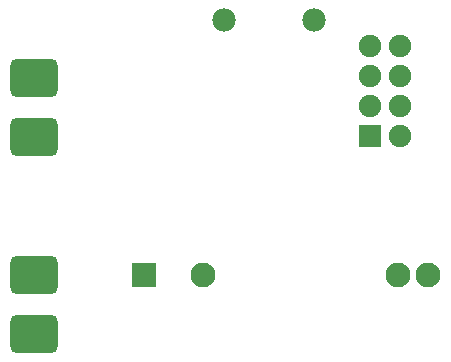
<source format=gts>
G04 Layer: TopSolderMaskLayer*
G04 EasyEDA v6.5.34, 2023-10-19 08:42:31*
G04 445bff652981409abf7e2ca76203f91b,08f173712dbc44b08fd2a75eaeabdc68,10*
G04 Gerber Generator version 0.2*
G04 Scale: 100 percent, Rotated: No, Reflected: No *
G04 Dimensions in millimeters *
G04 leading zeros omitted , absolute positions ,4 integer and 5 decimal *
%FSLAX45Y45*%
%MOMM*%

%AMMACRO1*1,1,$1,$2,$3*1,1,$1,$4,$5*1,1,$1,0-$2,0-$3*1,1,$1,0-$4,0-$5*20,1,$1,$2,$3,$4,$5,0*20,1,$1,$4,$5,0-$2,0-$3,0*20,1,$1,0-$2,0-$3,0-$4,0-$5,0*20,1,$1,0-$4,0-$5,$2,$3,0*4,1,4,$2,$3,$4,$5,0-$2,0-$3,0-$4,0-$5,$2,$3,0*%
%ADD10C,1.9812*%
%ADD11MACRO1,1X1.5X1.1X1.5X-1.1*%
%ADD12C,1.9016*%
%ADD13MACRO1,0.1016X0.9X0.9X0.9X-0.9*%
%ADD14C,2.1016*%
%ADD15MACRO1,0.1016X-1X1X1X1*%

%LPD*%
D10*
G01*
X2820990Y3019988D03*
G01*
X2058990Y3019988D03*
D11*
G01*
X449999Y2534996D03*
G01*
X449999Y2034997D03*
G01*
X449999Y859998D03*
G01*
X449999Y359999D03*
D12*
G01*
X3547000Y2800992D03*
G01*
X3547000Y2546992D03*
G01*
X3547000Y2292992D03*
G01*
X3547000Y2038992D03*
G01*
X3293000Y2800992D03*
G01*
X3293000Y2546992D03*
G01*
X3293000Y2292992D03*
D13*
G01*
X3292993Y2038995D03*
D14*
G01*
X3780002Y859993D03*
G01*
X3530015Y859993D03*
G01*
X1880006Y859993D03*
D15*
G01*
X1379997Y859998D03*
M02*

</source>
